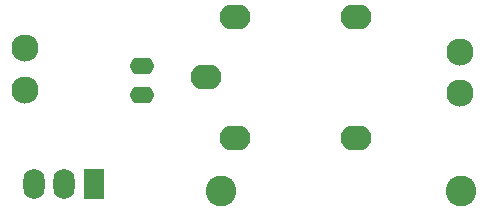
<source format=gts>
G04*
G04 #@! TF.GenerationSoftware,Altium Limited,Altium Designer,24.1.2 (44)*
G04*
G04 Layer_Color=8388736*
%FSLAX25Y25*%
%MOIN*%
G70*
G04*
G04 #@! TF.SameCoordinates,1D4F381B-0C85-4C13-B92F-FFDB2225B82E*
G04*
G04*
G04 #@! TF.FilePolarity,Negative*
G04*
G01*
G75*
%ADD13O,0.07087X0.10236*%
%ADD14R,0.07087X0.10236*%
%ADD15O,0.10236X0.08268*%
%ADD16O,0.08071X0.05512*%
%ADD17C,0.09055*%
%ADD18C,0.10236*%
D13*
X13189Y16634D02*
D03*
X23189D02*
D03*
D14*
X33189D02*
D03*
D15*
X70370Y51996D02*
D03*
X80213Y31917D02*
D03*
X120370D02*
D03*
X80213Y72075D02*
D03*
X120370D02*
D03*
D16*
X49213Y55905D02*
D03*
Y46063D02*
D03*
D17*
X10146Y61723D02*
D03*
Y47923D02*
D03*
X154913Y46742D02*
D03*
Y60542D02*
D03*
D18*
X75354Y14272D02*
D03*
X155354D02*
D03*
M02*

</source>
